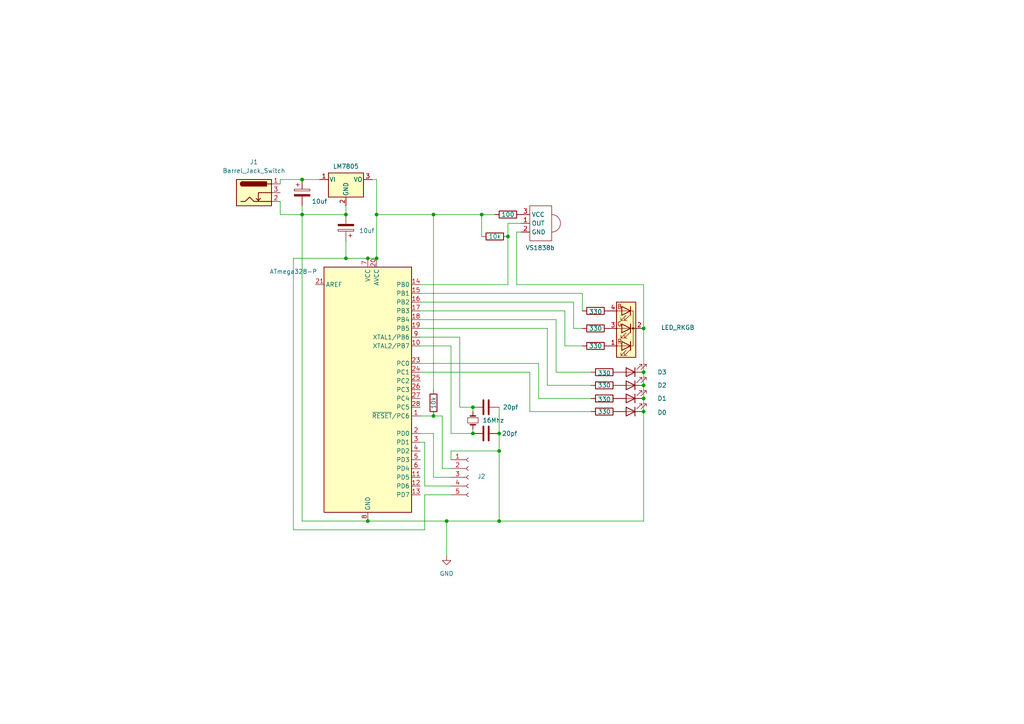
<source format=kicad_sch>
(kicad_sch (version 20231120) (generator "eeschema") (generator_version "8.0")
  (paper "A4")
  (lib_symbols
    (symbol "Connector:Barrel_Jack_Switch" (pin_names hide)
      (property "Reference" "J" (at 0 5.334 0))
      (property "Value" "Barrel_Jack_Switch" (at 0 -5.08 0))
      (symbol "Barrel_Jack_Switch_0_1"
        (rectangle (start -5.08 3.81) (end 5.08 -3.81) (stroke (width 0.254)) (fill (type background)))
        (arc (start -3.302 3.175) (mid -3.9343 2.54) (end -3.302 1.905) (stroke (width 0.254)))
        (arc (start -3.302 3.175) (mid -3.9343 2.54) (end -3.302 1.905) (stroke (width 0.254)) (fill (type outline)))
        (polyline (pts (xy 1.27 -2.286) (xy 1.905 -1.651)) (stroke (width 0.254)))
        (polyline (pts (xy 5.08 2.54) (xy 3.81 2.54)) (stroke (width 0.254)))
        (polyline (pts (xy 5.08 0) (xy 1.27 0) (xy 1.27 -2.286) (xy 0.635 -1.651)) (stroke (width 0.254)))
        (polyline (pts (xy -3.81 -2.54) (xy -2.54 -2.54) (xy -1.27 -1.27) (xy 0 -2.54) (xy 2.54 -2.54) (xy 5.08 -2.54)) (stroke (width 0.254)))
        (rectangle (start 3.683 3.175) (end -3.302 1.905) (stroke (width 0.254)) (fill (type outline)))
      )
      (symbol "Barrel_Jack_Switch_1_1"
        (pin passive line (at 7.62 2.54 180) (length 2.54) (name "~") (number "1"))
        (pin passive line (at 7.62 -2.54 180) (length 2.54) (name "~") (number "2"))
        (pin passive line (at 7.62 0 180) (length 2.54) (name "~") (number "3"))
      )
    )
    (symbol "Connector:Conn_01x05_Socket" (pin_names (offset 1.016) hide)
      (property "Reference" "J" (at 0 7.62 0))
      (property "Value" "Conn_01x05_Socket" (at 0 -7.62 0))
      (symbol "Conn_01x05_Socket_1_1"
        (arc (start 0 -4.572) (mid -0.5058 -5.08) (end 0 -5.588) (stroke (width 0.1524)))
        (arc (start 0 -2.032) (mid -0.5058 -2.54) (end 0 -3.048) (stroke (width 0.1524)))
        (polyline (pts (xy -1.27 -5.08) (xy -0.508 -5.08)) (stroke (width 0.1524)))
        (polyline (pts (xy -1.27 -2.54) (xy -0.508 -2.54)) (stroke (width 0.1524)))
        (polyline (pts (xy -1.27 0) (xy -0.508 0)) (stroke (width 0.1524)))
        (polyline (pts (xy -1.27 2.54) (xy -0.508 2.54)) (stroke (width 0.1524)))
        (polyline (pts (xy -1.27 5.08) (xy -0.508 5.08)) (stroke (width 0.1524)))
        (arc (start 0 0.508) (mid -0.5058 0) (end 0 -0.508) (stroke (width 0.1524)))
        (arc (start 0 3.048) (mid -0.5058 2.54) (end 0 2.032) (stroke (width 0.1524)))
        (arc (start 0 5.588) (mid -0.5058 5.08) (end 0 4.572) (stroke (width 0.1524)))
        (pin passive line (at -5.08 5.08 0) (length 3.81) (name "Pin_1") (number "1"))
        (pin passive line (at -5.08 2.54 0) (length 3.81) (name "Pin_2") (number "2"))
        (pin passive line (at -5.08 0 0) (length 3.81) (name "Pin_3") (number "3"))
        (pin passive line (at -5.08 -2.54 0) (length 3.81) (name "Pin_4") (number "4"))
        (pin passive line (at -5.08 -5.08 0) (length 3.81) (name "Pin_5") (number "5"))
      )
    )
    (symbol "Device:C" (pin_numbers hide) (pin_names (offset 0.254))
      (property "Reference" "C" (at 0.635 2.54 0))
      (property "Value" "C" (at 0.635 -2.54 0))
      (symbol "C_0_1"
        (polyline (pts (xy -2.032 -0.762) (xy 2.032 -0.762)) (stroke (width 0.508)))
        (polyline (pts (xy -2.032 0.762) (xy 2.032 0.762)) (stroke (width 0.508)))
      )
      (symbol "C_1_1"
        (pin passive line (at 0 3.81 270) (length 2.794) (name "~") (number "1"))
        (pin passive line (at 0 -3.81 90) (length 2.794) (name "~") (number "2"))
      )
    )
    (symbol "Device:C_Polarized" (pin_numbers hide) (pin_names (offset 0.254))
      (property "Reference" "C" (at 0.635 2.54 0))
      (property "Value" "C_Polarized" (at 0.635 -2.54 0))
      (symbol "C_Polarized_0_1"
        (rectangle (start -2.286 0.508) (end 2.286 1.016))
        (polyline (pts (xy -1.778 2.286) (xy -0.762 2.286)))
        (polyline (pts (xy -1.27 2.794) (xy -1.27 1.778)))
        (rectangle (start 2.286 -0.508) (end -2.286 -1.016) (fill (type outline)))
      )
      (symbol "C_Polarized_1_1"
        (pin passive line (at 0 3.81 270) (length 2.794) (name "~") (number "1"))
        (pin passive line (at 0 -3.81 90) (length 2.794) (name "~") (number "2"))
      )
    )
    (symbol "Device:Crystal_Small" (pin_numbers hide) (pin_names (offset 1.016) hide)
      (property "Reference" "Y" (at 0 2.54 0))
      (property "Value" "Crystal_Small" (at 0 -2.54 0))
      (symbol "Crystal_Small_0_1"
        (rectangle (start -0.762 -1.524) (end 0.762 1.524))
        (polyline (pts (xy -1.27 -0.762) (xy -1.27 0.762)) (stroke (width 0.381)))
        (polyline (pts (xy 1.27 -0.762) (xy 1.27 0.762)) (stroke (width 0.381)))
      )
      (symbol "Crystal_Small_1_1"
        (pin passive line (at -2.54 0 0) (length 1.27) (name "1") (number "1"))
        (pin passive line (at 2.54 0 180) (length 1.27) (name "2") (number "2"))
      )
    )
    (symbol "Device:LED" (pin_numbers hide) (pin_names (offset 1.016) hide)
      (property "Reference" "D" (at 0 2.54 0))
      (property "Value" "LED" (at 0 -2.54 0))
      (symbol "LED_0_1"
        (polyline (pts (xy -1.27 -1.27) (xy -1.27 1.27)) (stroke (width 0.254)))
        (polyline (pts (xy -1.27 0) (xy 1.27 0)))
        (polyline (pts (xy 1.27 -1.27) (xy 1.27 1.27) (xy -1.27 0) (xy 1.27 -1.27)) (stroke (width 0.254)))
        (polyline (pts (xy -3.048 -0.762) (xy -4.572 -2.286) (xy -3.81 -2.286) (xy -4.572 -2.286) (xy -4.572 -1.524)))
        (polyline (pts (xy -1.778 -0.762) (xy -3.302 -2.286) (xy -2.54 -2.286) (xy -3.302 -2.286) (xy -3.302 -1.524)))
      )
      (symbol "LED_1_1"
        (pin passive line (at -3.81 0 0) (length 2.54) (name "K") (number "1"))
        (pin passive line (at 3.81 0 180) (length 2.54) (name "A") (number "2"))
      )
    )
    (symbol "Device:LED_RKGB" (pin_names (offset 0) hide)
      (property "Reference" "D" (at 0 9.398 0))
      (property "Value" "LED_RKGB" (at 0 -8.89 0))
      (symbol "LED_RKGB_0_0"
        (text "B" (at 1.905 -6.35 0) (effects (font (size 1.27 1.27))))
        (text "G" (at 1.905 -1.27 0) (effects (font (size 1.27 1.27))))
        (text "R" (at 1.905 3.81 0) (effects (font (size 1.27 1.27))))
      )
      (symbol "LED_RKGB_0_1"
        (circle (center -2.032 0) (radius 0.254) (fill (type outline)))
        (polyline (pts (xy -1.27 -5.08) (xy 1.27 -5.08)))
        (polyline (pts (xy -1.27 -3.81) (xy -1.27 -6.35)) (stroke (width 0.254)))
        (polyline (pts (xy -1.27 0) (xy -2.54 0)))
        (polyline (pts (xy -1.27 1.27) (xy -1.27 -1.27)) (stroke (width 0.254)))
        (polyline (pts (xy -1.27 5.08) (xy 1.27 5.08)))
        (polyline (pts (xy -1.27 6.35) (xy -1.27 3.81)) (stroke (width 0.254)))
        (polyline (pts (xy 1.27 -5.08) (xy 2.54 -5.08)))
        (polyline (pts (xy 1.27 0) (xy -1.27 0)))
        (polyline (pts (xy 1.27 0) (xy 2.54 0)))
        (polyline (pts (xy 1.27 5.08) (xy 2.54 5.08)))
        (polyline (pts (xy -1.27 1.27) (xy -1.27 -1.27) (xy -1.27 -1.27)))
        (polyline (pts (xy -1.27 6.35) (xy -1.27 3.81) (xy -1.27 3.81)))
        (polyline (pts (xy -1.27 5.08) (xy -2.032 5.08) (xy -2.032 -5.08) (xy -1.016 -5.08)))
        (polyline (pts (xy 1.27 -3.81) (xy 1.27 -6.35) (xy -1.27 -5.08) (xy 1.27 -3.81)) (stroke (width 0.254)))
        (polyline (pts (xy 1.27 1.27) (xy 1.27 -1.27) (xy -1.27 0) (xy 1.27 1.27)) (stroke (width 0.254)))
        (polyline (pts (xy 1.27 6.35) (xy 1.27 3.81) (xy -1.27 5.08) (xy 1.27 6.35)) (stroke (width 0.254)))
        (polyline (pts (xy -1.016 -3.81) (xy 0.508 -2.286) (xy -0.254 -2.286) (xy 0.508 -2.286) (xy 0.508 -3.048)))
        (polyline (pts (xy -1.016 1.27) (xy 0.508 2.794) (xy -0.254 2.794) (xy 0.508 2.794) (xy 0.508 2.032)))
        (polyline (pts (xy -1.016 6.35) (xy 0.508 7.874) (xy -0.254 7.874) (xy 0.508 7.874) (xy 0.508 7.112)))
        (polyline (pts (xy 0 -3.81) (xy 1.524 -2.286) (xy 0.762 -2.286) (xy 1.524 -2.286) (xy 1.524 -3.048)))
        (polyline (pts (xy 0 1.27) (xy 1.524 2.794) (xy 0.762 2.794) (xy 1.524 2.794) (xy 1.524 2.032)))
        (polyline (pts (xy 0 6.35) (xy 1.524 7.874) (xy 0.762 7.874) (xy 1.524 7.874) (xy 1.524 7.112)))
        (rectangle (start 1.27 -1.27) (end 1.27 1.27))
        (rectangle (start 1.27 1.27) (end 1.27 1.27))
        (rectangle (start 1.27 3.81) (end 1.27 6.35))
        (rectangle (start 1.27 6.35) (end 1.27 6.35))
        (rectangle (start 2.794 8.382) (end -2.794 -7.62) (stroke (width 0.254)) (fill (type background)))
      )
      (symbol "LED_RKGB_1_1"
        (pin passive line (at 5.08 5.08 180) (length 2.54) (name "RA") (number "1"))
        (pin passive line (at -5.08 0 0) (length 2.54) (name "K") (number "2"))
        (pin passive line (at 5.08 0 180) (length 2.54) (name "GA") (number "3"))
        (pin passive line (at 5.08 -5.08 180) (length 2.54) (name "BA") (number "4"))
      )
    )
    (symbol "Device:R" (pin_numbers hide) (pin_names (offset 0))
      (property "Reference" "R" (at 2.032 0 90))
      (property "Value" "R" (at 0 0 90))
      (symbol "R_0_1"
        (rectangle (start -1.016 -2.54) (end 1.016 2.54) (stroke (width 0.254)))
      )
      (symbol "R_1_1"
        (pin passive line (at 0 3.81 270) (length 1.27) (name "~") (number "1"))
        (pin passive line (at 0 -3.81 90) (length 1.27) (name "~") (number "2"))
      )
    )
    (symbol "LeoDJ:VS1838b"
      (property "Reference" "IR" (at 1.27 6.35 0))
      (property "Value" "VS1838b" (at 1.27 -6.35 0))
      (symbol "VS1838b_0_1"
        (rectangle (start 2.54 -5.08) (end -3.81 5.08))
      )
      (symbol "VS1838b_1_1"
        (arc (start -3.81 2.54) (mid -6.3389 0) (end -3.81 -2.54))
        (pin output line (at 5.08 0 180) (length 2.54) (name "OUT") (number "1"))
        (pin input line (at 5.08 -2.54 180) (length 2.54) (name "GND") (number "2"))
        (pin input line (at 5.08 2.54 180) (length 2.54) (name "VCC") (number "3"))
      )
    )
    (symbol "MCU_Microchip_ATmega:ATmega328-P"
      (property "Reference" "U" (at -12.7 36.83 0))
      (property "Value" "ATmega328-P" (at 2.54 -36.83 0))
      (symbol "ATmega328-P_0_1"
        (rectangle (start -12.7 -35.56) (end 12.7 35.56) (stroke (width 0.254)) (fill (type background)))
      )
      (symbol "ATmega328-P_1_1"
        (pin bidirectional line (at 15.24 -7.62 180) (length 2.54) (name "~{RESET}/PC6") (number "1"))
        (pin bidirectional line (at 15.24 12.7 180) (length 2.54) (name "XTAL2/PB7") (number "10"))
        (pin bidirectional line (at 15.24 -25.4 180) (length 2.54) (name "PD5") (number "11"))
        (pin bidirectional line (at 15.24 -27.94 180) (length 2.54) (name "PD6") (number "12"))
        (pin bidirectional line (at 15.24 -30.48 180) (length 2.54) (name "PD7") (number "13"))
        (pin bidirectional line (at 15.24 30.48 180) (length 2.54) (name "PB0") (number "14"))
        (pin bidirectional line (at 15.24 27.94 180) (length 2.54) (name "PB1") (number "15"))
        (pin bidirectional line (at 15.24 25.4 180) (length 2.54) (name "PB2") (number "16"))
        (pin bidirectional line (at 15.24 22.86 180) (length 2.54) (name "PB3") (number "17"))
        (pin bidirectional line (at 15.24 20.32 180) (length 2.54) (name "PB4") (number "18"))
        (pin bidirectional line (at 15.24 17.78 180) (length 2.54) (name "PB5") (number "19"))
        (pin bidirectional line (at 15.24 -12.7 180) (length 2.54) (name "PD0") (number "2"))
        (pin power_in line (at 2.54 38.1 270) (length 2.54) (name "AVCC") (number "20"))
        (pin passive line (at -15.24 30.48 0) (length 2.54) (name "AREF") (number "21"))
        (pin passive line (at 0 -38.1 90) (length 2.54) hide (name "GND") (number "22"))
        (pin bidirectional line (at 15.24 7.62 180) (length 2.54) (name "PC0") (number "23"))
        (pin bidirectional line (at 15.24 5.08 180) (length 2.54) (name "PC1") (number "24"))
        (pin bidirectional line (at 15.24 2.54 180) (length 2.54) (name "PC2") (number "25"))
        (pin bidirectional line (at 15.24 0 180) (length 2.54) (name "PC3") (number "26"))
        (pin bidirectional line (at 15.24 -2.54 180) (length 2.54) (name "PC4") (number "27"))
        (pin bidirectional line (at 15.24 -5.08 180) (length 2.54) (name "PC5") (number "28"))
        (pin bidirectional line (at 15.24 -15.24 180) (length 2.54) (name "PD1") (number "3"))
        (pin bidirectional line (at 15.24 -17.78 180) (length 2.54) (name "PD2") (number "4"))
        (pin bidirectional line (at 15.24 -20.32 180) (length 2.54) (name "PD3") (number "5"))
        (pin bidirectional line (at 15.24 -22.86 180) (length 2.54) (name "PD4") (number "6"))
        (pin power_in line (at 0 38.1 270) (length 2.54) (name "VCC") (number "7"))
        (pin power_in line (at 0 -38.1 90) (length 2.54) (name "GND") (number "8"))
        (pin bidirectional line (at 15.24 15.24 180) (length 2.54) (name "XTAL1/PB6") (number "9"))
      )
    )
    (symbol "Regulator_Linear:LM7805_TO220" (pin_names (offset 0.254))
      (property "Reference" "U" (at -3.81 3.175 0))
      (property "Value" "LM7805_TO220" (at 0 3.175 0))
      (symbol "LM7805_TO220_0_1"
        (rectangle (start -5.08 1.905) (end 5.08 -5.08) (stroke (width 0.254)) (fill (type background)))
      )
      (symbol "LM7805_TO220_1_1"
        (pin power_in line (at -7.62 0 0) (length 2.54) (name "VI") (number "1"))
        (pin power_in line (at 0 -7.62 90) (length 2.54) (name "GND") (number "2"))
        (pin power_out line (at 7.62 0 180) (length 2.54) (name "VO") (number "3"))
      )
    )
    (symbol "power:GND" (power) (pin_numbers hide) (pin_names (offset 0) hide)
      (property "Value" "GND" (at 0 -3.81 0))
      (symbol "GND_0_1"
        (polyline (pts (xy 0 0) (xy 0 -1.27) (xy 1.27 -1.27) (xy 0 -2.54) (xy -1.27 -1.27) (xy 0 -1.27)))
      )
      (symbol "GND_1_1"
        (pin power_in line (at 0 0 270) (length 0) (name "~") (number "1"))
      )
    )
  )
  (junction (at 100.33 62.23))
  (junction (at 109.22 74.93))
  (junction (at 129.54 151.13))
  (junction (at 147.32 68.58))
  (junction (at 144.78 130.81))
  (junction (at 144.78 125.73))
  (junction (at 137.16 118.11))
  (junction (at 125.73 120.65))
  (junction (at 106.68 74.93))
  (junction (at 137.16 125.73))
  (junction (at 109.22 62.23))
  (junction (at 144.78 151.13))
  (junction (at 186.69 119.38))
  (junction (at 100.33 74.93))
  (junction (at 186.69 111.76))
  (junction (at 106.68 151.13))
  (junction (at 186.69 95.25))
  (junction (at 125.73 62.23))
  (junction (at 87.63 52.07))
  (junction (at 87.63 62.23))
  (junction (at 186.69 115.57))
  (junction (at 186.69 107.95))
  (junction (at 139.7 62.23))
  (wire (pts (xy 156.21 105.41) (xy 156.21 115.57)))
  (wire (pts (xy 121.92 90.17) (xy 163.83 90.17)))
  (wire (pts (xy 158.75 95.25) (xy 158.75 111.76)))
  (wire (pts (xy 147.32 82.55) (xy 121.92 82.55)))
  (wire (pts (xy 87.63 151.13) (xy 106.68 151.13)))
  (wire (pts (xy 109.22 62.23) (xy 109.22 52.07)))
  (wire (pts (xy 123.19 143.51) (xy 123.19 153.67)))
  (wire (pts (xy 166.37 95.25) (xy 168.91 95.25)))
  (wire (pts (xy 186.69 151.13) (xy 186.69 119.38)))
  (wire (pts (xy 81.28 62.23) (xy 87.63 62.23)))
  (wire (pts (xy 121.92 125.73) (xy 125.73 125.73)))
  (wire (pts (xy 121.92 120.65) (xy 125.73 120.65)))
  (wire (pts (xy 130.81 143.51) (xy 123.19 143.51)))
  (wire (pts (xy 186.69 115.57) (xy 186.69 111.76)))
  (wire (pts (xy 100.33 69.85) (xy 100.33 74.93)))
  (wire (pts (xy 139.7 62.23) (xy 143.51 62.23)))
  (wire (pts (xy 147.32 64.77) (xy 147.32 68.58)))
  (wire (pts (xy 81.28 52.07) (xy 87.63 52.07)))
  (wire (pts (xy 156.21 115.57) (xy 171.45 115.57)))
  (wire (pts (xy 130.81 130.81) (xy 144.78 130.81)))
  (wire (pts (xy 128.27 135.89) (xy 130.81 135.89)))
  (wire (pts (xy 109.22 62.23) (xy 125.73 62.23)))
  (wire (pts (xy 186.69 95.25) (xy 186.69 82.55)))
  (wire (pts (xy 153.67 107.95) (xy 153.67 119.38)))
  (wire (pts (xy 87.63 62.23) (xy 87.63 151.13)))
  (wire (pts (xy 85.09 153.67) (xy 85.09 74.93)))
  (wire (pts (xy 129.54 161.29) (xy 129.54 151.13)))
  (wire (pts (xy 186.69 111.76) (xy 186.69 107.95)))
  (wire (pts (xy 149.86 67.31) (xy 149.86 82.55)))
  (wire (pts (xy 163.83 100.33) (xy 168.91 100.33)))
  (wire (pts (xy 130.81 100.33) (xy 121.92 100.33)))
  (wire (pts (xy 123.19 128.27) (xy 123.19 140.97)))
  (wire (pts (xy 147.32 68.58) (xy 147.32 82.55)))
  (wire (pts (xy 139.7 62.23) (xy 139.7 68.58)))
  (wire (pts (xy 161.29 92.71) (xy 161.29 107.95)))
  (wire (pts (xy 87.63 59.69) (xy 87.63 62.23)))
  (wire (pts (xy 121.92 105.41) (xy 156.21 105.41)))
  (wire (pts (xy 161.29 92.71) (xy 121.92 92.71)))
  (wire (pts (xy 151.13 64.77) (xy 147.32 64.77)))
  (wire (pts (xy 163.83 90.17) (xy 163.83 100.33)))
  (wire (pts (xy 128.27 120.65) (xy 128.27 135.89)))
  (wire (pts (xy 186.69 107.95) (xy 186.69 95.25)))
  (wire (pts (xy 121.92 87.63) (xy 166.37 87.63)))
  (wire (pts (xy 121.92 107.95) (xy 153.67 107.95)))
  (wire (pts (xy 121.92 128.27) (xy 123.19 128.27)))
  (wire (pts (xy 151.13 67.31) (xy 149.86 67.31)))
  (wire (pts (xy 109.22 52.07) (xy 107.95 52.07)))
  (wire (pts (xy 100.33 62.23) (xy 100.33 59.69)))
  (wire (pts (xy 87.63 62.23) (xy 100.33 62.23)))
  (wire (pts (xy 133.35 118.11) (xy 137.16 118.11)))
  (wire (pts (xy 137.16 124.46) (xy 137.16 125.73)))
  (wire (pts (xy 144.78 151.13) (xy 186.69 151.13)))
  (wire (pts (xy 125.73 62.23) (xy 139.7 62.23)))
  (wire (pts (xy 149.86 82.55) (xy 186.69 82.55)))
  (wire (pts (xy 144.78 130.81) (xy 144.78 151.13)))
  (wire (pts (xy 158.75 111.76) (xy 171.45 111.76)))
  (wire (pts (xy 121.92 95.25) (xy 158.75 95.25)))
  (wire (pts (xy 166.37 87.63) (xy 166.37 95.25)))
  (wire (pts (xy 123.19 140.97) (xy 130.81 140.97)))
  (wire (pts (xy 153.67 119.38) (xy 171.45 119.38)))
  (wire (pts (xy 87.63 52.07) (xy 92.71 52.07)))
  (wire (pts (xy 85.09 74.93) (xy 100.33 74.93)))
  (wire (pts (xy 130.81 133.35) (xy 130.81 130.81)))
  (wire (pts (xy 130.81 125.73) (xy 130.81 100.33)))
  (wire (pts (xy 133.35 118.11) (xy 133.35 97.79)))
  (wire (pts (xy 137.16 118.11) (xy 137.16 119.38)))
  (wire (pts (xy 161.29 107.95) (xy 171.45 107.95)))
  (wire (pts (xy 125.73 62.23) (xy 125.73 113.03)))
  (wire (pts (xy 106.68 74.93) (xy 109.22 74.93)))
  (wire (pts (xy 168.91 85.09) (xy 168.91 90.17)))
  (wire (pts (xy 106.68 151.13) (xy 129.54 151.13)))
  (wire (pts (xy 144.78 125.73) (xy 144.78 130.81)))
  (wire (pts (xy 100.33 74.93) (xy 106.68 74.93)))
  (wire (pts (xy 123.19 153.67) (xy 85.09 153.67)))
  (wire (pts (xy 81.28 58.42) (xy 81.28 62.23)))
  (wire (pts (xy 109.22 74.93) (xy 109.22 62.23)))
  (wire (pts (xy 133.35 97.79) (xy 121.92 97.79)))
  (wire (pts (xy 186.69 119.38) (xy 186.69 115.57)))
  (wire (pts (xy 121.92 85.09) (xy 168.91 85.09)))
  (wire (pts (xy 125.73 120.65) (xy 128.27 120.65)))
  (wire (pts (xy 125.73 125.73) (xy 125.73 138.43)))
  (wire (pts (xy 144.78 118.11) (xy 144.78 125.73)))
  (wire (pts (xy 81.28 53.34) (xy 81.28 52.07)))
  (wire (pts (xy 129.54 151.13) (xy 144.78 151.13)))
  (wire (pts (xy 130.81 125.73) (xy 137.16 125.73)))
  (wire (pts (xy 125.73 138.43) (xy 130.81 138.43)))
  (symbol (lib_id "Device:C") (at 140.97 125.73 90) (unit 1)
    (property "Reference" "C2" (effects (hide yes)))
    (property "Value" "20pf" (at 147.828 125.73 90))
    (property "Footprint" "Capacitor_THT:C_Disc_D3.0mm_W1.6mm_P2.50mm" (effects (hide yes)))
    (property "Description" "Unpolarized capacitor" (effects (hide yes)))
  )
  (symbol (lib_id "Connector:Conn_01x05_Socket") (at 135.89 138.43 0) (unit 1)
    (property "Reference" "J2" (at 138.43 138.176 0) (effects (justify left)))
    (property "Value" "Conn_01x05_Socket" (effects (hide yes)))
    (property "Footprint" "Connector_PinSocket_2.54mm:PinSocket_1x05_P2.54mm_Vertical" (effects (hide yes)))
    (property "Description" "Generic connector, single row, 01x05, script generated" (effects (hide yes)))
  )
  (symbol (lib_id "Device:R") (at 175.26 107.95 90) (unit 1)
    (property "Reference" "R4" (effects (hide yes)))
    (property "Value" "330" (at 175.26 108.204 90))
    (property "Footprint" "Resistor_THT:R_Axial_DIN0207_L6.3mm_D2.5mm_P10.16mm_Horizontal" (effects (hide yes)))
    (property "Description" "Resistor" (effects (hide yes)))
  )
  (symbol (lib_id "Device:C_Polarized") (at 100.33 66.04 180) (unit 1)
    (property "Reference" "C1" (effects (hide yes)))
    (property "Value" "10uf" (at 104.14 66.9289 0) (effects (justify right)))
    (property "Footprint" "Capacitor_THT:CP_Radial_D6.3mm_P2.50mm" (effects (hide yes)))
    (property "Description" "Polarized capacitor" (effects (hide yes)))
  )
  (symbol (lib_id "Device:R") (at 172.72 100.33 90) (unit 1)
    (property "Reference" "R7" (effects (hide yes)))
    (property "Value" "330" (at 172.72 100.33 90))
    (property "Footprint" "Resistor_THT:R_Axial_DIN0207_L6.3mm_D2.5mm_P10.16mm_Horizontal" (effects (hide yes)))
    (property "Description" "Resistor" (effects (hide yes)))
  )
  (symbol (lib_id "Device:LED_RKGB") (at 181.61 95.25 180) (unit 1)
    (property "Reference" "D5" (effects (hide yes)))
    (property "Value" "LED_RKGB" (at 196.596 94.996 0))
    (property "Footprint" "LED_THT:LED_D5.0mm-4_RGB" (effects (hide yes)))
    (property "Description" "RGB LED, red/cathode/green/blue" (effects (hide yes)))
  )
  (symbol (lib_id "Device:C_Polarized") (at 87.63 55.88 0) (unit 1)
    (property "Reference" "C3" (effects (hide yes)))
    (property "Value" "10uf" (at 90.424 58.42 0) (effects (justify left)))
    (property "Footprint" "Capacitor_THT:CP_Radial_D6.3mm_P2.50mm" (effects (hide yes)))
    (property "Description" "Polarized capacitor" (effects (hide yes)))
  )
  (symbol (lib_id "Device:R") (at 175.26 111.76 90) (unit 1)
    (property "Reference" "R3" (effects (hide yes)))
    (property "Value" "330" (at 175.26 111.76 90))
    (property "Footprint" "Resistor_THT:R_Axial_DIN0207_L6.3mm_D2.5mm_P10.16mm_Horizontal" (effects (hide yes)))
    (property "Description" "Resistor" (effects (hide yes)))
  )
  (symbol (lib_id "Device:R") (at 172.72 95.25 90) (unit 1)
    (property "Reference" "R6" (effects (hide yes)))
    (property "Value" "330" (at 172.72 95.25 90))
    (property "Footprint" "Resistor_THT:R_Axial_DIN0207_L6.3mm_D2.5mm_P10.16mm_Horizontal" (effects (hide yes)))
    (property "Description" "Resistor" (effects (hide yes)))
  )
  (symbol (lib_id "power:GND") (at 129.54 161.29 0) (unit 1)
    (property "Reference" "#PWR02" (effects (hide yes)))
    (property "Value" "GND" (at 129.54 166.37 0))
    (property "Description" "Power symbol creates a global label with name \"GND\" , ground" (effects (hide yes)))
  )
  (symbol (lib_id "Device:R") (at 125.73 116.84 0) (unit 1)
    (property "Reference" "R10" (effects (hide yes)))
    (property "Value" "10k" (at 125.73 116.84 90))
    (property "Footprint" "Resistor_THT:R_Axial_DIN0207_L6.3mm_D2.5mm_P10.16mm_Horizontal" (effects (hide yes)))
    (property "Description" "Resistor" (effects (hide yes)))
  )
  (symbol (lib_id "Regulator_Linear:LM7805_TO220") (at 100.33 52.07 0) (unit 1)
    (property "Reference" "U2" (effects (hide yes)))
    (property "Value" "LM7805" (at 100.33 48.26 0))
    (property "Footprint" "Package_TO_SOT_THT:TO-220-3_Vertical" (effects (hide yes)))
    (property "Datasheet" "https://www.onsemi.cn/PowerSolutions/document/MC7800-D.PDF" (effects (hide yes)))
    (property "Description" "Positive 1A 35V Linear Regulator, Fixed Output 5V, TO-220" (effects (hide yes)))
  )
  (symbol (lib_id "Device:R") (at 172.72 90.17 90) (unit 1)
    (property "Reference" "R5" (effects (hide yes)))
    (property "Value" "330" (at 172.72 90.424 90))
    (property "Footprint" "Resistor_THT:R_Axial_DIN0207_L6.3mm_D2.5mm_P10.16mm_Horizontal" (effects (hide yes)))
    (property "Description" "Resistor" (effects (hide yes)))
  )
  (symbol (lib_id "Device:LED") (at 182.88 115.57 180) (unit 1)
    (property "Reference" "D1" (at 192.024 115.57 0))
    (property "Value" "LED" (effects (hide yes)))
    (property "Footprint" "LED_THT:LED_D5.0mm_Clear" (effects (hide yes)))
    (property "Description" "Light emitting diode" (effects (hide yes)))
  )
  (symbol (lib_id "Device:R") (at 143.51 68.58 270) (unit 1)
    (property "Reference" "R9" (effects (hide yes)))
    (property "Value" "10k" (at 143.51 68.58 90))
    (property "Footprint" "Resistor_THT:R_Axial_DIN0207_L6.3mm_D2.5mm_P10.16mm_Horizontal" (effects (hide yes)))
    (property "Description" "Resistor" (effects (hide yes)))
  )
  (symbol (lib_id "MCU_Microchip_ATmega:ATmega328-P") (at 106.68 113.03 0) (unit 1)
    (property "Reference" "U1" (effects (hide yes)))
    (property "Value" "ATmega328-P" (at 85.09 78.7714 0))
    (property "Footprint" "Package_DIP:DIP-28_W7.62mm" (effects (hide yes)))
    (property "Datasheet" "http://ww1.microchip.com/downloads/en/DeviceDoc/ATmega328_P%20AVR%20MCU%20with%20picoPower%20Technology%20Data%20Sheet%2040001984A.pdf" (effects (hide yes)))
    (property "Description" "20MHz, 32kB Flash, 2kB SRAM, 1kB EEPROM, DIP-28" (effects (hide yes)))
  )
  (symbol (lib_id "Device:LED") (at 182.88 107.95 180) (unit 1)
    (property "Reference" "D3" (at 192.024 107.95 0))
    (property "Value" "LED" (effects (hide yes)))
    (property "Footprint" "LED_THT:LED_D5.0mm_Clear" (effects (hide yes)))
    (property "Description" "Light emitting diode" (effects (hide yes)))
  )
  (symbol (lib_id "Device:R") (at 175.26 119.38 90) (unit 1)
    (property "Reference" "R1" (effects (hide yes)))
    (property "Value" "330" (at 175.26 119.38 90))
    (property "Footprint" "Resistor_THT:R_Axial_DIN0207_L6.3mm_D2.5mm_P10.16mm_Horizontal" (effects (hide yes)))
    (property "Description" "Resistor" (effects (hide yes)))
  )
  (symbol (lib_id "LeoDJ:VS1838b") (at 156.21 64.77 0) (mirror y) (unit 1)
    (property "Reference" "IR1" (effects (hide yes)))
    (property "Value" "VS1838b" (at 152.4 71.882 0) (effects (justify right)))
    (property "Footprint" "LeoDJ-kicad:VS1838b" (effects (hide yes)))
    (property "Datasheet" "https://www.elecrow.com/download/Infrared%20receiver%20vs1838b.pdf" (effects (hide yes)))
    (property "Description" "Infrared Receiver Module" (effects (hide yes)))
  )
  (symbol (lib_id "Device:LED") (at 182.88 111.76 180) (unit 1)
    (property "Reference" "D2" (at 192.024 111.76 0))
    (property "Value" "LED" (effects (hide yes)))
    (property "Footprint" "LED_THT:LED_D5.0mm_Clear" (effects (hide yes)))
    (property "Description" "Light emitting diode" (effects (hide yes)))
  )
  (symbol (lib_id "Device:LED") (at 182.88 119.38 180) (unit 1)
    (property "Reference" "D0" (at 192.024 119.634 0))
    (property "Value" "LED" (effects (hide yes)))
    (property "Footprint" "LED_THT:LED_D5.0mm_Clear" (effects (hide yes)))
    (property "Description" "Light emitting diode" (effects (hide yes)))
  )
  (symbol (lib_id "Device:C") (at 140.97 118.11 90) (unit 1)
    (property "Reference" "C4" (effects (hide yes)))
    (property "Value" "20pf" (at 148.082 118.11 90))
    (property "Footprint" "Capacitor_THT:C_Disc_D3.0mm_W1.6mm_P2.50mm" (effects (hide yes)))
    (property "Description" "Unpolarized capacitor" (effects (hide yes)))
  )
  (symbol (lib_id "Device:Crystal_Small") (at 137.16 121.92 90) (unit 1)
    (property "Reference" "Y1" (effects (hide yes)))
    (property "Value" "16Mhz" (at 139.954 121.92 90) (effects (justify right)))
    (property "Footprint" "Crystal:Crystal_HC18-U_Vertical" (effects (hide yes)))
    (property "Description" "Two pin crystal, small symbol" (effects (hide yes)))
  )
  (symbol (lib_id "Connector:Barrel_Jack_Switch") (at 73.66 55.88 0) (unit 1)
    (property "Reference" "J1" (at 73.66 46.99 0))
    (property "Value" "Barrel_Jack_Switch" (at 73.66 49.53 0))
    (property "Footprint" "Connector_BarrelJack:BarrelJack_Horizontal" (effects (hide yes)))
    (property "Description" "DC Barrel Jack with an internal switch" (effects (hide yes)))
  )
  (symbol (lib_id "Device:R") (at 147.32 62.23 90) (unit 1)
    (property "Reference" "R8" (effects (hide yes)))
    (property "Value" "100" (at 147.32 62.23 90))
    (property "Footprint" "Resistor_THT:R_Axial_DIN0207_L6.3mm_D2.5mm_P10.16mm_Horizontal" (effects (hide yes)))
    (property "Description" "Resistor" (effects (hide yes)))
  )
  (symbol (lib_id "Device:R") (at 175.26 115.57 90) (unit 1)
    (property "Reference" "R2" (effects (hide yes)))
    (property "Value" "330" (at 175.26 115.824 90))
    (property "Footprint" "Resistor_THT:R_Axial_DIN0207_L6.3mm_D2.5mm_P10.16mm_Horizontal" (effects (hide yes)))
    (property "Description" "Resistor" (effects (hide yes)))
  )
)
</source>
